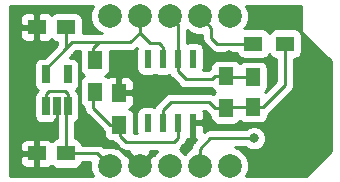
<source format=gbr>
G04 #@! TF.GenerationSoftware,KiCad,Pcbnew,(5.0.0-rc2-dev-444-g2974a2c10)*
G04 #@! TF.CreationDate,2018-10-06T13:39:59-07:00*
G04 #@! TF.ProjectId,2018-08-20 analog Trinket sub,323031382D30382D323020616E616C6F,rev?*
G04 #@! TF.SameCoordinates,Original*
G04 #@! TF.FileFunction,Copper,L1,Top,Signal*
G04 #@! TF.FilePolarity,Positive*
%FSLAX46Y46*%
G04 Gerber Fmt 4.6, Leading zero omitted, Abs format (unit mm)*
G04 Created by KiCad (PCBNEW (5.0.0-rc2-dev-444-g2974a2c10)) date 10/06/18 13:39:59*
%MOMM*%
%LPD*%
G01*
G04 APERTURE LIST*
%ADD10C,2.000000*%
%ADD11R,1.500000X1.250000*%
%ADD12R,1.500000X1.300000*%
%ADD13R,1.300000X1.500000*%
%ADD14R,1.250000X1.500000*%
%ADD15R,0.600000X1.550000*%
%ADD16R,0.650000X1.560000*%
%ADD17C,0.800000*%
%ADD18C,0.250000*%
%ADD19C,0.254000*%
G04 APERTURE END LIST*
D10*
X223870001Y-56145001D03*
X223870001Y-68845001D03*
X226410001Y-56145001D03*
X226410001Y-68845001D03*
X228950001Y-56145001D03*
X228950001Y-68845001D03*
X231490001Y-56145001D03*
X231490001Y-68845001D03*
X234030001Y-56145001D03*
X234030001Y-68845001D03*
D11*
X220200000Y-67800000D03*
X217700000Y-67800000D03*
D12*
X236050000Y-58500000D03*
X238750000Y-58500000D03*
D13*
X233700000Y-61250000D03*
X233700000Y-63950000D03*
D14*
X236000000Y-63850000D03*
X236000000Y-61350000D03*
D11*
X220200000Y-57100000D03*
X217700000Y-57100000D03*
D15*
X227095000Y-59800000D03*
X228365000Y-59800000D03*
X229635000Y-59800000D03*
X230905000Y-59800000D03*
X230905000Y-65200000D03*
X229635000Y-65200000D03*
X228365000Y-65200000D03*
X227095000Y-65200000D03*
D16*
X218450000Y-61100000D03*
X220350000Y-61100000D03*
X220350000Y-63800000D03*
X219400000Y-63800000D03*
X218450000Y-63800000D03*
D13*
X222631000Y-62564000D03*
X222631000Y-59864000D03*
X224663000Y-65358000D03*
X224663000Y-62658000D03*
D17*
X234000000Y-59500000D03*
X216000000Y-62500000D03*
X237400000Y-67800000D03*
X227584000Y-62484000D03*
X236100000Y-66500000D03*
D18*
X218450000Y-60645000D02*
X220200000Y-58895000D01*
X218450000Y-61100000D02*
X218450000Y-60645000D01*
X220200000Y-58895000D02*
X220200000Y-57100000D01*
X220695000Y-58400000D02*
X220200000Y-58895000D01*
X226410001Y-56145001D02*
X226410001Y-57559214D01*
X226410001Y-57559214D02*
X225569215Y-58400000D01*
X222825000Y-67800000D02*
X223870001Y-68845001D01*
X220200000Y-67800000D02*
X222825000Y-67800000D01*
X220350000Y-62770000D02*
X220350000Y-63800000D01*
X220080000Y-62500000D02*
X220350000Y-62770000D01*
X218720000Y-62500000D02*
X220080000Y-62500000D01*
X218450000Y-62770000D02*
X218720000Y-62500000D01*
X218450000Y-63800000D02*
X218450000Y-62770000D01*
X232490000Y-57145000D02*
X232490000Y-57990000D01*
X231490001Y-56145001D02*
X232490000Y-57145000D01*
X233000000Y-58500000D02*
X236050000Y-58500000D01*
X232490000Y-57990000D02*
X233000000Y-58500000D01*
X233800000Y-63850000D02*
X233700000Y-63950000D01*
X236000000Y-63850000D02*
X233800000Y-63850000D01*
X232800000Y-63950000D02*
X232250000Y-63400000D01*
X233700000Y-63950000D02*
X232800000Y-63950000D01*
X232250000Y-63400000D02*
X229100000Y-63400000D01*
X228365000Y-64135000D02*
X228365000Y-65200000D01*
X229100000Y-63400000D02*
X228365000Y-64135000D01*
X238750000Y-59400000D02*
X238750000Y-58500000D01*
X238750000Y-61975000D02*
X238750000Y-59400000D01*
X236875000Y-63850000D02*
X238750000Y-61975000D01*
X236000000Y-63850000D02*
X236875000Y-63850000D01*
X229635000Y-56830000D02*
X228950001Y-56145001D01*
X229635000Y-59800000D02*
X229635000Y-56830000D01*
X229635000Y-60825000D02*
X229635000Y-59800000D01*
X230310000Y-61500000D02*
X229635000Y-60825000D01*
X232550000Y-61500000D02*
X230310000Y-61500000D01*
X232800000Y-61250000D02*
X232550000Y-61500000D01*
X233700000Y-61250000D02*
X232800000Y-61250000D01*
X233800000Y-61350000D02*
X233700000Y-61250000D01*
X236000000Y-61350000D02*
X233800000Y-61350000D01*
X219400000Y-63800000D02*
X219400000Y-65600000D01*
X219400000Y-65600000D02*
X219000000Y-66000000D01*
X219000000Y-66000000D02*
X218300000Y-66000000D01*
X217700000Y-66600000D02*
X217700000Y-67800000D01*
X218300000Y-66000000D02*
X217700000Y-66600000D01*
X231490001Y-68845001D02*
X231490001Y-67409999D01*
X231490001Y-67409999D02*
X232400000Y-66500000D01*
X232400000Y-66500000D02*
X236100000Y-66500000D01*
X228365000Y-58775000D02*
X228346000Y-58756000D01*
X228365000Y-59800000D02*
X228365000Y-58775000D01*
X228346000Y-58756000D02*
X228346000Y-58674000D01*
X228346000Y-58674000D02*
X228092000Y-58420000D01*
X227270787Y-58420000D02*
X226410001Y-57559214D01*
X228092000Y-58420000D02*
X227270787Y-58420000D01*
X222968000Y-58400000D02*
X223012000Y-58400000D01*
X222504000Y-58864000D02*
X222968000Y-58400000D01*
X222504000Y-59864000D02*
X222504000Y-58864000D01*
X225569215Y-58400000D02*
X223012000Y-58400000D01*
X223012000Y-58400000D02*
X220695000Y-58400000D01*
X220200000Y-63950000D02*
X220350000Y-63800000D01*
X220200000Y-67800000D02*
X220200000Y-63950000D01*
X224790000Y-66358000D02*
X224790000Y-65358000D01*
X225234000Y-66802000D02*
X224790000Y-66358000D01*
X229362000Y-66802000D02*
X225234000Y-66802000D01*
X229635000Y-66529000D02*
X229362000Y-66802000D01*
X229635000Y-65200000D02*
X229635000Y-66529000D01*
X222504000Y-63564000D02*
X222504000Y-62564000D01*
X222504000Y-63972000D02*
X222504000Y-63564000D01*
X223890000Y-65358000D02*
X222504000Y-63972000D01*
X224790000Y-65358000D02*
X223890000Y-65358000D01*
D19*
G36*
X222235001Y-55819779D02*
X222235001Y-56470223D01*
X222483915Y-57071154D01*
X222943848Y-57531087D01*
X223206787Y-57640000D01*
X223042846Y-57640000D01*
X222967999Y-57625112D01*
X222893152Y-57640000D01*
X221597440Y-57640000D01*
X221597440Y-56475000D01*
X221548157Y-56227235D01*
X221407809Y-56017191D01*
X221197765Y-55876843D01*
X220950000Y-55827560D01*
X219450000Y-55827560D01*
X219202235Y-55876843D01*
X218992191Y-56017191D01*
X218951346Y-56078320D01*
X218809698Y-55936673D01*
X218576309Y-55840000D01*
X217985750Y-55840000D01*
X217827000Y-55998750D01*
X217827000Y-56973000D01*
X217847000Y-56973000D01*
X217847000Y-57227000D01*
X217827000Y-57227000D01*
X217827000Y-58201250D01*
X217985750Y-58360000D01*
X218576309Y-58360000D01*
X218809698Y-58263327D01*
X218951346Y-58121680D01*
X218992191Y-58182809D01*
X219202235Y-58323157D01*
X219440000Y-58370451D01*
X219440000Y-58580198D01*
X218347639Y-59672560D01*
X218125000Y-59672560D01*
X217877235Y-59721843D01*
X217667191Y-59862191D01*
X217526843Y-60072235D01*
X217477560Y-60320000D01*
X217477560Y-61880000D01*
X217526843Y-62127765D01*
X217667191Y-62337809D01*
X217776110Y-62410587D01*
X217734097Y-62473463D01*
X217723998Y-62524233D01*
X217667191Y-62562191D01*
X217526843Y-62772235D01*
X217477560Y-63020000D01*
X217477560Y-64580000D01*
X217526843Y-64827765D01*
X217667191Y-65037809D01*
X217877235Y-65178157D01*
X218125000Y-65227440D01*
X218775000Y-65227440D01*
X218912631Y-65200064D01*
X218948690Y-65215000D01*
X219114250Y-65215000D01*
X219273000Y-65056250D01*
X219273000Y-64977659D01*
X219373157Y-64827765D01*
X219400000Y-64692815D01*
X219426843Y-64827765D01*
X219440001Y-64847457D01*
X219440000Y-66529549D01*
X219202235Y-66576843D01*
X218992191Y-66717191D01*
X218951346Y-66778320D01*
X218809698Y-66636673D01*
X218576309Y-66540000D01*
X217985750Y-66540000D01*
X217827000Y-66698750D01*
X217827000Y-67673000D01*
X217847000Y-67673000D01*
X217847000Y-67927000D01*
X217827000Y-67927000D01*
X217827000Y-68901250D01*
X217985750Y-69060000D01*
X218576309Y-69060000D01*
X218809698Y-68963327D01*
X218951346Y-68821680D01*
X218992191Y-68882809D01*
X219202235Y-69023157D01*
X219450000Y-69072440D01*
X220950000Y-69072440D01*
X221197765Y-69023157D01*
X221407809Y-68882809D01*
X221548157Y-68672765D01*
X221570587Y-68560000D01*
X222235001Y-68560000D01*
X222235001Y-69170223D01*
X222450300Y-69690000D01*
X215410000Y-69690000D01*
X215410000Y-68085750D01*
X216315000Y-68085750D01*
X216315000Y-68551310D01*
X216411673Y-68784699D01*
X216590302Y-68963327D01*
X216823691Y-69060000D01*
X217414250Y-69060000D01*
X217573000Y-68901250D01*
X217573000Y-67927000D01*
X216473750Y-67927000D01*
X216315000Y-68085750D01*
X215410000Y-68085750D01*
X215410000Y-67048690D01*
X216315000Y-67048690D01*
X216315000Y-67514250D01*
X216473750Y-67673000D01*
X217573000Y-67673000D01*
X217573000Y-66698750D01*
X217414250Y-66540000D01*
X216823691Y-66540000D01*
X216590302Y-66636673D01*
X216411673Y-66815301D01*
X216315000Y-67048690D01*
X215410000Y-67048690D01*
X215410000Y-57385750D01*
X216315000Y-57385750D01*
X216315000Y-57851310D01*
X216411673Y-58084699D01*
X216590302Y-58263327D01*
X216823691Y-58360000D01*
X217414250Y-58360000D01*
X217573000Y-58201250D01*
X217573000Y-57227000D01*
X216473750Y-57227000D01*
X216315000Y-57385750D01*
X215410000Y-57385750D01*
X215410000Y-56348690D01*
X216315000Y-56348690D01*
X216315000Y-56814250D01*
X216473750Y-56973000D01*
X217573000Y-56973000D01*
X217573000Y-55998750D01*
X217414250Y-55840000D01*
X216823691Y-55840000D01*
X216590302Y-55936673D01*
X216411673Y-56115301D01*
X216315000Y-56348690D01*
X215410000Y-56348690D01*
X215410000Y-55310000D01*
X222446159Y-55310000D01*
X222235001Y-55819779D01*
X222235001Y-55819779D01*
G37*
X222235001Y-55819779D02*
X222235001Y-56470223D01*
X222483915Y-57071154D01*
X222943848Y-57531087D01*
X223206787Y-57640000D01*
X223042846Y-57640000D01*
X222967999Y-57625112D01*
X222893152Y-57640000D01*
X221597440Y-57640000D01*
X221597440Y-56475000D01*
X221548157Y-56227235D01*
X221407809Y-56017191D01*
X221197765Y-55876843D01*
X220950000Y-55827560D01*
X219450000Y-55827560D01*
X219202235Y-55876843D01*
X218992191Y-56017191D01*
X218951346Y-56078320D01*
X218809698Y-55936673D01*
X218576309Y-55840000D01*
X217985750Y-55840000D01*
X217827000Y-55998750D01*
X217827000Y-56973000D01*
X217847000Y-56973000D01*
X217847000Y-57227000D01*
X217827000Y-57227000D01*
X217827000Y-58201250D01*
X217985750Y-58360000D01*
X218576309Y-58360000D01*
X218809698Y-58263327D01*
X218951346Y-58121680D01*
X218992191Y-58182809D01*
X219202235Y-58323157D01*
X219440000Y-58370451D01*
X219440000Y-58580198D01*
X218347639Y-59672560D01*
X218125000Y-59672560D01*
X217877235Y-59721843D01*
X217667191Y-59862191D01*
X217526843Y-60072235D01*
X217477560Y-60320000D01*
X217477560Y-61880000D01*
X217526843Y-62127765D01*
X217667191Y-62337809D01*
X217776110Y-62410587D01*
X217734097Y-62473463D01*
X217723998Y-62524233D01*
X217667191Y-62562191D01*
X217526843Y-62772235D01*
X217477560Y-63020000D01*
X217477560Y-64580000D01*
X217526843Y-64827765D01*
X217667191Y-65037809D01*
X217877235Y-65178157D01*
X218125000Y-65227440D01*
X218775000Y-65227440D01*
X218912631Y-65200064D01*
X218948690Y-65215000D01*
X219114250Y-65215000D01*
X219273000Y-65056250D01*
X219273000Y-64977659D01*
X219373157Y-64827765D01*
X219400000Y-64692815D01*
X219426843Y-64827765D01*
X219440001Y-64847457D01*
X219440000Y-66529549D01*
X219202235Y-66576843D01*
X218992191Y-66717191D01*
X218951346Y-66778320D01*
X218809698Y-66636673D01*
X218576309Y-66540000D01*
X217985750Y-66540000D01*
X217827000Y-66698750D01*
X217827000Y-67673000D01*
X217847000Y-67673000D01*
X217847000Y-67927000D01*
X217827000Y-67927000D01*
X217827000Y-68901250D01*
X217985750Y-69060000D01*
X218576309Y-69060000D01*
X218809698Y-68963327D01*
X218951346Y-68821680D01*
X218992191Y-68882809D01*
X219202235Y-69023157D01*
X219450000Y-69072440D01*
X220950000Y-69072440D01*
X221197765Y-69023157D01*
X221407809Y-68882809D01*
X221548157Y-68672765D01*
X221570587Y-68560000D01*
X222235001Y-68560000D01*
X222235001Y-69170223D01*
X222450300Y-69690000D01*
X215410000Y-69690000D01*
X215410000Y-68085750D01*
X216315000Y-68085750D01*
X216315000Y-68551310D01*
X216411673Y-68784699D01*
X216590302Y-68963327D01*
X216823691Y-69060000D01*
X217414250Y-69060000D01*
X217573000Y-68901250D01*
X217573000Y-67927000D01*
X216473750Y-67927000D01*
X216315000Y-68085750D01*
X215410000Y-68085750D01*
X215410000Y-67048690D01*
X216315000Y-67048690D01*
X216315000Y-67514250D01*
X216473750Y-67673000D01*
X217573000Y-67673000D01*
X217573000Y-66698750D01*
X217414250Y-66540000D01*
X216823691Y-66540000D01*
X216590302Y-66636673D01*
X216411673Y-66815301D01*
X216315000Y-67048690D01*
X215410000Y-67048690D01*
X215410000Y-57385750D01*
X216315000Y-57385750D01*
X216315000Y-57851310D01*
X216411673Y-58084699D01*
X216590302Y-58263327D01*
X216823691Y-58360000D01*
X217414250Y-58360000D01*
X217573000Y-58201250D01*
X217573000Y-57227000D01*
X216473750Y-57227000D01*
X216315000Y-57385750D01*
X215410000Y-57385750D01*
X215410000Y-56348690D01*
X216315000Y-56348690D01*
X216315000Y-56814250D01*
X216473750Y-56973000D01*
X217573000Y-56973000D01*
X217573000Y-55998750D01*
X217414250Y-55840000D01*
X216823691Y-55840000D01*
X216590302Y-55936673D01*
X216411673Y-56115301D01*
X216315000Y-56348690D01*
X215410000Y-56348690D01*
X215410000Y-55310000D01*
X222446159Y-55310000D01*
X222235001Y-55819779D01*
G36*
X240090001Y-57130071D02*
X240076091Y-57200000D01*
X240114321Y-57392191D01*
X240131196Y-57477028D01*
X240288120Y-57711881D01*
X240347402Y-57751492D01*
X242590001Y-59994093D01*
X242590000Y-67605908D01*
X240505910Y-69690000D01*
X235449702Y-69690000D01*
X235665001Y-69170223D01*
X235665001Y-68519779D01*
X235416087Y-67918848D01*
X234956154Y-67458915D01*
X234475931Y-67260000D01*
X235396289Y-67260000D01*
X235513720Y-67377431D01*
X235894126Y-67535000D01*
X236305874Y-67535000D01*
X236686280Y-67377431D01*
X236977431Y-67086280D01*
X237135000Y-66705874D01*
X237135000Y-66294126D01*
X236977431Y-65913720D01*
X236686280Y-65622569D01*
X236305874Y-65465000D01*
X235894126Y-65465000D01*
X235513720Y-65622569D01*
X235396289Y-65740000D01*
X232474847Y-65740000D01*
X232400000Y-65725112D01*
X232325153Y-65740000D01*
X232325148Y-65740000D01*
X232103463Y-65784096D01*
X231852071Y-65952071D01*
X231840000Y-65970137D01*
X231840000Y-65485750D01*
X231681250Y-65327000D01*
X231032000Y-65327000D01*
X231032000Y-66451250D01*
X231190750Y-66610000D01*
X231215199Y-66610000D01*
X231005529Y-66819670D01*
X230942073Y-66862070D01*
X230899673Y-66925526D01*
X230899672Y-66925527D01*
X230833132Y-67025112D01*
X230774098Y-67113462D01*
X230747953Y-67244904D01*
X230718091Y-67395025D01*
X230563848Y-67458915D01*
X230220001Y-67802762D01*
X229876154Y-67458915D01*
X229796314Y-67425844D01*
X229909929Y-67349929D01*
X229952330Y-67286471D01*
X230119472Y-67119330D01*
X230182929Y-67076929D01*
X230350904Y-66825537D01*
X230395000Y-66603852D01*
X230395000Y-66603848D01*
X230400240Y-66577505D01*
X230478690Y-66610000D01*
X230619250Y-66610000D01*
X230778000Y-66451250D01*
X230778000Y-65327000D01*
X230758000Y-65327000D01*
X230758000Y-65073000D01*
X230778000Y-65073000D01*
X230778000Y-65053000D01*
X231032000Y-65053000D01*
X231032000Y-65073000D01*
X231681250Y-65073000D01*
X231840000Y-64914250D01*
X231840000Y-64298691D01*
X231782552Y-64160000D01*
X231935198Y-64160000D01*
X232209672Y-64434475D01*
X232252071Y-64497929D01*
X232315524Y-64540327D01*
X232315526Y-64540329D01*
X232402560Y-64598483D01*
X232402560Y-64700000D01*
X232451843Y-64947765D01*
X232592191Y-65157809D01*
X232802235Y-65298157D01*
X233050000Y-65347440D01*
X234350000Y-65347440D01*
X234597765Y-65298157D01*
X234807809Y-65157809D01*
X234895909Y-65025959D01*
X234917191Y-65057809D01*
X235127235Y-65198157D01*
X235375000Y-65247440D01*
X236625000Y-65247440D01*
X236872765Y-65198157D01*
X237082809Y-65057809D01*
X237223157Y-64847765D01*
X237272440Y-64600000D01*
X237272440Y-64498483D01*
X237422929Y-64397929D01*
X237465331Y-64334470D01*
X239234476Y-62565327D01*
X239297929Y-62522929D01*
X239340327Y-62459476D01*
X239340329Y-62459474D01*
X239465903Y-62271538D01*
X239465904Y-62271537D01*
X239510000Y-62049852D01*
X239510000Y-62049848D01*
X239524888Y-61975001D01*
X239510000Y-61900154D01*
X239510000Y-59795451D01*
X239747765Y-59748157D01*
X239957809Y-59607809D01*
X240098157Y-59397765D01*
X240147440Y-59150000D01*
X240147440Y-57850000D01*
X240098157Y-57602235D01*
X239957809Y-57392191D01*
X239747765Y-57251843D01*
X239500000Y-57202560D01*
X238000000Y-57202560D01*
X237752235Y-57251843D01*
X237542191Y-57392191D01*
X237401843Y-57602235D01*
X237400000Y-57611500D01*
X237398157Y-57602235D01*
X237257809Y-57392191D01*
X237047765Y-57251843D01*
X236800000Y-57202560D01*
X235300000Y-57202560D01*
X235280877Y-57206364D01*
X235416087Y-57071154D01*
X235665001Y-56470223D01*
X235665001Y-55819779D01*
X235453843Y-55310000D01*
X240090000Y-55310000D01*
X240090001Y-57130071D01*
X240090001Y-57130071D01*
G37*
X240090001Y-57130071D02*
X240076091Y-57200000D01*
X240114321Y-57392191D01*
X240131196Y-57477028D01*
X240288120Y-57711881D01*
X240347402Y-57751492D01*
X242590001Y-59994093D01*
X242590000Y-67605908D01*
X240505910Y-69690000D01*
X235449702Y-69690000D01*
X235665001Y-69170223D01*
X235665001Y-68519779D01*
X235416087Y-67918848D01*
X234956154Y-67458915D01*
X234475931Y-67260000D01*
X235396289Y-67260000D01*
X235513720Y-67377431D01*
X235894126Y-67535000D01*
X236305874Y-67535000D01*
X236686280Y-67377431D01*
X236977431Y-67086280D01*
X237135000Y-66705874D01*
X237135000Y-66294126D01*
X236977431Y-65913720D01*
X236686280Y-65622569D01*
X236305874Y-65465000D01*
X235894126Y-65465000D01*
X235513720Y-65622569D01*
X235396289Y-65740000D01*
X232474847Y-65740000D01*
X232400000Y-65725112D01*
X232325153Y-65740000D01*
X232325148Y-65740000D01*
X232103463Y-65784096D01*
X231852071Y-65952071D01*
X231840000Y-65970137D01*
X231840000Y-65485750D01*
X231681250Y-65327000D01*
X231032000Y-65327000D01*
X231032000Y-66451250D01*
X231190750Y-66610000D01*
X231215199Y-66610000D01*
X231005529Y-66819670D01*
X230942073Y-66862070D01*
X230899673Y-66925526D01*
X230899672Y-66925527D01*
X230833132Y-67025112D01*
X230774098Y-67113462D01*
X230747953Y-67244904D01*
X230718091Y-67395025D01*
X230563848Y-67458915D01*
X230220001Y-67802762D01*
X229876154Y-67458915D01*
X229796314Y-67425844D01*
X229909929Y-67349929D01*
X229952330Y-67286471D01*
X230119472Y-67119330D01*
X230182929Y-67076929D01*
X230350904Y-66825537D01*
X230395000Y-66603852D01*
X230395000Y-66603848D01*
X230400240Y-66577505D01*
X230478690Y-66610000D01*
X230619250Y-66610000D01*
X230778000Y-66451250D01*
X230778000Y-65327000D01*
X230758000Y-65327000D01*
X230758000Y-65073000D01*
X230778000Y-65073000D01*
X230778000Y-65053000D01*
X231032000Y-65053000D01*
X231032000Y-65073000D01*
X231681250Y-65073000D01*
X231840000Y-64914250D01*
X231840000Y-64298691D01*
X231782552Y-64160000D01*
X231935198Y-64160000D01*
X232209672Y-64434475D01*
X232252071Y-64497929D01*
X232315524Y-64540327D01*
X232315526Y-64540329D01*
X232402560Y-64598483D01*
X232402560Y-64700000D01*
X232451843Y-64947765D01*
X232592191Y-65157809D01*
X232802235Y-65298157D01*
X233050000Y-65347440D01*
X234350000Y-65347440D01*
X234597765Y-65298157D01*
X234807809Y-65157809D01*
X234895909Y-65025959D01*
X234917191Y-65057809D01*
X235127235Y-65198157D01*
X235375000Y-65247440D01*
X236625000Y-65247440D01*
X236872765Y-65198157D01*
X237082809Y-65057809D01*
X237223157Y-64847765D01*
X237272440Y-64600000D01*
X237272440Y-64498483D01*
X237422929Y-64397929D01*
X237465331Y-64334470D01*
X239234476Y-62565327D01*
X239297929Y-62522929D01*
X239340327Y-62459476D01*
X239340329Y-62459474D01*
X239465903Y-62271538D01*
X239465904Y-62271537D01*
X239510000Y-62049852D01*
X239510000Y-62049848D01*
X239524888Y-61975001D01*
X239510000Y-61900154D01*
X239510000Y-59795451D01*
X239747765Y-59748157D01*
X239957809Y-59607809D01*
X240098157Y-59397765D01*
X240147440Y-59150000D01*
X240147440Y-57850000D01*
X240098157Y-57602235D01*
X239957809Y-57392191D01*
X239747765Y-57251843D01*
X239500000Y-57202560D01*
X238000000Y-57202560D01*
X237752235Y-57251843D01*
X237542191Y-57392191D01*
X237401843Y-57602235D01*
X237400000Y-57611500D01*
X237398157Y-57602235D01*
X237257809Y-57392191D01*
X237047765Y-57251843D01*
X236800000Y-57202560D01*
X235300000Y-57202560D01*
X235280877Y-57206364D01*
X235416087Y-57071154D01*
X235665001Y-56470223D01*
X235665001Y-55819779D01*
X235453843Y-55310000D01*
X240090000Y-55310000D01*
X240090001Y-57130071D01*
G36*
X221333560Y-60614000D02*
X221382843Y-60861765D01*
X221523191Y-61071809D01*
X221733235Y-61212157D01*
X221742500Y-61214000D01*
X221733235Y-61215843D01*
X221523191Y-61356191D01*
X221382843Y-61566235D01*
X221333560Y-61814000D01*
X221333560Y-63314000D01*
X221382843Y-63561765D01*
X221523191Y-63771809D01*
X221733235Y-63912157D01*
X221740719Y-63913646D01*
X221729112Y-63972000D01*
X221744000Y-64046847D01*
X221744000Y-64046851D01*
X221788096Y-64268536D01*
X221956071Y-64519929D01*
X222019530Y-64562331D01*
X223299671Y-65842473D01*
X223342071Y-65905929D01*
X223365560Y-65921624D01*
X223365560Y-66108000D01*
X223414843Y-66355765D01*
X223555191Y-66565809D01*
X223765235Y-66706157D01*
X224013000Y-66755440D01*
X224141518Y-66755440D01*
X224242071Y-66905929D01*
X224305530Y-66948331D01*
X224643669Y-67286470D01*
X224686071Y-67349929D01*
X224843718Y-67455266D01*
X224937462Y-67517904D01*
X224985605Y-67527480D01*
X225159148Y-67562000D01*
X225159152Y-67562000D01*
X225234000Y-67576888D01*
X225308848Y-67562000D01*
X225485312Y-67562000D01*
X225437074Y-67692469D01*
X226410001Y-68665396D01*
X227382928Y-67692469D01*
X227334690Y-67562000D01*
X227920763Y-67562000D01*
X227597690Y-67885073D01*
X227562533Y-67872074D01*
X226589606Y-68845001D01*
X226603749Y-68859144D01*
X226424144Y-69038749D01*
X226410001Y-69024606D01*
X226395859Y-69038749D01*
X226216254Y-68859144D01*
X226230396Y-68845001D01*
X225257469Y-67872074D01*
X225222312Y-67885073D01*
X224796154Y-67458915D01*
X224195223Y-67210001D01*
X223544779Y-67210001D01*
X223388165Y-67274873D01*
X223372929Y-67252071D01*
X223121537Y-67084096D01*
X222899852Y-67040000D01*
X222899847Y-67040000D01*
X222825000Y-67025112D01*
X222750153Y-67040000D01*
X221570587Y-67040000D01*
X221548157Y-66927235D01*
X221407809Y-66717191D01*
X221197765Y-66576843D01*
X220960000Y-66529549D01*
X220960000Y-65153277D01*
X221132809Y-65037809D01*
X221273157Y-64827765D01*
X221322440Y-64580000D01*
X221322440Y-63020000D01*
X221273157Y-62772235D01*
X221132809Y-62562191D01*
X221076003Y-62524234D01*
X221065904Y-62473463D01*
X221023891Y-62410586D01*
X221132809Y-62337809D01*
X221273157Y-62127765D01*
X221322440Y-61880000D01*
X221322440Y-60320000D01*
X221273157Y-60072235D01*
X221132809Y-59862191D01*
X220922765Y-59721843D01*
X220675000Y-59672560D01*
X220497242Y-59672560D01*
X220684473Y-59485329D01*
X220747929Y-59442929D01*
X220790331Y-59379471D01*
X221009802Y-59160000D01*
X221333560Y-59160000D01*
X221333560Y-60614000D01*
X221333560Y-60614000D01*
G37*
X221333560Y-60614000D02*
X221382843Y-60861765D01*
X221523191Y-61071809D01*
X221733235Y-61212157D01*
X221742500Y-61214000D01*
X221733235Y-61215843D01*
X221523191Y-61356191D01*
X221382843Y-61566235D01*
X221333560Y-61814000D01*
X221333560Y-63314000D01*
X221382843Y-63561765D01*
X221523191Y-63771809D01*
X221733235Y-63912157D01*
X221740719Y-63913646D01*
X221729112Y-63972000D01*
X221744000Y-64046847D01*
X221744000Y-64046851D01*
X221788096Y-64268536D01*
X221956071Y-64519929D01*
X222019530Y-64562331D01*
X223299671Y-65842473D01*
X223342071Y-65905929D01*
X223365560Y-65921624D01*
X223365560Y-66108000D01*
X223414843Y-66355765D01*
X223555191Y-66565809D01*
X223765235Y-66706157D01*
X224013000Y-66755440D01*
X224141518Y-66755440D01*
X224242071Y-66905929D01*
X224305530Y-66948331D01*
X224643669Y-67286470D01*
X224686071Y-67349929D01*
X224843718Y-67455266D01*
X224937462Y-67517904D01*
X224985605Y-67527480D01*
X225159148Y-67562000D01*
X225159152Y-67562000D01*
X225234000Y-67576888D01*
X225308848Y-67562000D01*
X225485312Y-67562000D01*
X225437074Y-67692469D01*
X226410001Y-68665396D01*
X227382928Y-67692469D01*
X227334690Y-67562000D01*
X227920763Y-67562000D01*
X227597690Y-67885073D01*
X227562533Y-67872074D01*
X226589606Y-68845001D01*
X226603749Y-68859144D01*
X226424144Y-69038749D01*
X226410001Y-69024606D01*
X226395859Y-69038749D01*
X226216254Y-68859144D01*
X226230396Y-68845001D01*
X225257469Y-67872074D01*
X225222312Y-67885073D01*
X224796154Y-67458915D01*
X224195223Y-67210001D01*
X223544779Y-67210001D01*
X223388165Y-67274873D01*
X223372929Y-67252071D01*
X223121537Y-67084096D01*
X222899852Y-67040000D01*
X222899847Y-67040000D01*
X222825000Y-67025112D01*
X222750153Y-67040000D01*
X221570587Y-67040000D01*
X221548157Y-66927235D01*
X221407809Y-66717191D01*
X221197765Y-66576843D01*
X220960000Y-66529549D01*
X220960000Y-65153277D01*
X221132809Y-65037809D01*
X221273157Y-64827765D01*
X221322440Y-64580000D01*
X221322440Y-63020000D01*
X221273157Y-62772235D01*
X221132809Y-62562191D01*
X221076003Y-62524234D01*
X221065904Y-62473463D01*
X221023891Y-62410586D01*
X221132809Y-62337809D01*
X221273157Y-62127765D01*
X221322440Y-61880000D01*
X221322440Y-60320000D01*
X221273157Y-60072235D01*
X221132809Y-59862191D01*
X220922765Y-59721843D01*
X220675000Y-59672560D01*
X220497242Y-59672560D01*
X220684473Y-59485329D01*
X220747929Y-59442929D01*
X220790331Y-59379471D01*
X221009802Y-59160000D01*
X221333560Y-59160000D01*
X221333560Y-60614000D01*
G36*
X226147560Y-59025000D02*
X226147560Y-60575000D01*
X226196843Y-60822765D01*
X226337191Y-61032809D01*
X226547235Y-61173157D01*
X226795000Y-61222440D01*
X227395000Y-61222440D01*
X227642765Y-61173157D01*
X227730000Y-61114868D01*
X227817235Y-61173157D01*
X228065000Y-61222440D01*
X228665000Y-61222440D01*
X228912765Y-61173157D01*
X228940988Y-61154299D01*
X229087071Y-61372929D01*
X229150530Y-61415331D01*
X229719671Y-61984473D01*
X229762071Y-62047929D01*
X230013463Y-62215904D01*
X230235148Y-62260000D01*
X230235152Y-62260000D01*
X230309999Y-62274888D01*
X230384846Y-62260000D01*
X232460018Y-62260000D01*
X232592191Y-62457809D01*
X232802235Y-62598157D01*
X232811500Y-62600000D01*
X232802235Y-62601843D01*
X232612837Y-62728396D01*
X232546537Y-62684096D01*
X232324852Y-62640000D01*
X232324847Y-62640000D01*
X232250000Y-62625112D01*
X232175153Y-62640000D01*
X229174847Y-62640000D01*
X229100000Y-62625112D01*
X229025153Y-62640000D01*
X229025148Y-62640000D01*
X228803463Y-62684096D01*
X228552071Y-62852071D01*
X228509671Y-62915527D01*
X227880530Y-63544669D01*
X227817071Y-63587071D01*
X227652510Y-63833354D01*
X227642765Y-63826843D01*
X227395000Y-63777560D01*
X226795000Y-63777560D01*
X226547235Y-63826843D01*
X226337191Y-63967191D01*
X226196843Y-64177235D01*
X226147560Y-64425000D01*
X226147560Y-65975000D01*
X226160887Y-66042000D01*
X225960440Y-66042000D01*
X225960440Y-64608000D01*
X225911157Y-64360235D01*
X225770809Y-64150191D01*
X225560765Y-64009843D01*
X225532791Y-64004279D01*
X225672699Y-63946327D01*
X225851327Y-63767698D01*
X225948000Y-63534309D01*
X225948000Y-62943750D01*
X225789250Y-62785000D01*
X224790000Y-62785000D01*
X224790000Y-62805000D01*
X224536000Y-62805000D01*
X224536000Y-62785000D01*
X224516000Y-62785000D01*
X224516000Y-62531000D01*
X224536000Y-62531000D01*
X224536000Y-61431750D01*
X224790000Y-61431750D01*
X224790000Y-62531000D01*
X225789250Y-62531000D01*
X225948000Y-62372250D01*
X225948000Y-61781691D01*
X225851327Y-61548302D01*
X225672699Y-61369673D01*
X225439310Y-61273000D01*
X224948750Y-61273000D01*
X224790000Y-61431750D01*
X224536000Y-61431750D01*
X224377250Y-61273000D01*
X223886690Y-61273000D01*
X223718542Y-61342649D01*
X223528765Y-61215843D01*
X223519500Y-61214000D01*
X223528765Y-61212157D01*
X223738809Y-61071809D01*
X223879157Y-60861765D01*
X223928440Y-60614000D01*
X223928440Y-59160000D01*
X225494368Y-59160000D01*
X225569215Y-59174888D01*
X225644062Y-59160000D01*
X225644067Y-59160000D01*
X225865752Y-59115904D01*
X226117144Y-58947929D01*
X226159546Y-58884470D01*
X226179477Y-58864539D01*
X226147560Y-59025000D01*
X226147560Y-59025000D01*
G37*
X226147560Y-59025000D02*
X226147560Y-60575000D01*
X226196843Y-60822765D01*
X226337191Y-61032809D01*
X226547235Y-61173157D01*
X226795000Y-61222440D01*
X227395000Y-61222440D01*
X227642765Y-61173157D01*
X227730000Y-61114868D01*
X227817235Y-61173157D01*
X228065000Y-61222440D01*
X228665000Y-61222440D01*
X228912765Y-61173157D01*
X228940988Y-61154299D01*
X229087071Y-61372929D01*
X229150530Y-61415331D01*
X229719671Y-61984473D01*
X229762071Y-62047929D01*
X230013463Y-62215904D01*
X230235148Y-62260000D01*
X230235152Y-62260000D01*
X230309999Y-62274888D01*
X230384846Y-62260000D01*
X232460018Y-62260000D01*
X232592191Y-62457809D01*
X232802235Y-62598157D01*
X232811500Y-62600000D01*
X232802235Y-62601843D01*
X232612837Y-62728396D01*
X232546537Y-62684096D01*
X232324852Y-62640000D01*
X232324847Y-62640000D01*
X232250000Y-62625112D01*
X232175153Y-62640000D01*
X229174847Y-62640000D01*
X229100000Y-62625112D01*
X229025153Y-62640000D01*
X229025148Y-62640000D01*
X228803463Y-62684096D01*
X228552071Y-62852071D01*
X228509671Y-62915527D01*
X227880530Y-63544669D01*
X227817071Y-63587071D01*
X227652510Y-63833354D01*
X227642765Y-63826843D01*
X227395000Y-63777560D01*
X226795000Y-63777560D01*
X226547235Y-63826843D01*
X226337191Y-63967191D01*
X226196843Y-64177235D01*
X226147560Y-64425000D01*
X226147560Y-65975000D01*
X226160887Y-66042000D01*
X225960440Y-66042000D01*
X225960440Y-64608000D01*
X225911157Y-64360235D01*
X225770809Y-64150191D01*
X225560765Y-64009843D01*
X225532791Y-64004279D01*
X225672699Y-63946327D01*
X225851327Y-63767698D01*
X225948000Y-63534309D01*
X225948000Y-62943750D01*
X225789250Y-62785000D01*
X224790000Y-62785000D01*
X224790000Y-62805000D01*
X224536000Y-62805000D01*
X224536000Y-62785000D01*
X224516000Y-62785000D01*
X224516000Y-62531000D01*
X224536000Y-62531000D01*
X224536000Y-61431750D01*
X224790000Y-61431750D01*
X224790000Y-62531000D01*
X225789250Y-62531000D01*
X225948000Y-62372250D01*
X225948000Y-61781691D01*
X225851327Y-61548302D01*
X225672699Y-61369673D01*
X225439310Y-61273000D01*
X224948750Y-61273000D01*
X224790000Y-61431750D01*
X224536000Y-61431750D01*
X224377250Y-61273000D01*
X223886690Y-61273000D01*
X223718542Y-61342649D01*
X223528765Y-61215843D01*
X223519500Y-61214000D01*
X223528765Y-61212157D01*
X223738809Y-61071809D01*
X223879157Y-60861765D01*
X223928440Y-60614000D01*
X223928440Y-59160000D01*
X225494368Y-59160000D01*
X225569215Y-59174888D01*
X225644062Y-59160000D01*
X225644067Y-59160000D01*
X225865752Y-59115904D01*
X226117144Y-58947929D01*
X226159546Y-58884470D01*
X226179477Y-58864539D01*
X226147560Y-59025000D01*
G36*
X230563848Y-57531087D02*
X231164779Y-57780001D01*
X231730000Y-57780001D01*
X231730000Y-57915153D01*
X231715112Y-57990000D01*
X231730000Y-58064847D01*
X231730000Y-58064852D01*
X231758489Y-58208071D01*
X231774097Y-58286537D01*
X231894385Y-58466560D01*
X231942072Y-58537929D01*
X232005527Y-58580329D01*
X232409671Y-58984472D01*
X232452071Y-59047929D01*
X232703463Y-59215904D01*
X232925148Y-59260000D01*
X232925153Y-59260000D01*
X233000000Y-59274888D01*
X233074847Y-59260000D01*
X234674440Y-59260000D01*
X234701843Y-59397765D01*
X234842191Y-59607809D01*
X235052235Y-59748157D01*
X235300000Y-59797440D01*
X236800000Y-59797440D01*
X237047765Y-59748157D01*
X237257809Y-59607809D01*
X237398157Y-59397765D01*
X237400000Y-59388500D01*
X237401843Y-59397765D01*
X237542191Y-59607809D01*
X237752235Y-59748157D01*
X237990001Y-59795451D01*
X237990000Y-61660197D01*
X237037969Y-62612229D01*
X237019666Y-62600000D01*
X237082809Y-62557809D01*
X237223157Y-62347765D01*
X237272440Y-62100000D01*
X237272440Y-60600000D01*
X237223157Y-60352235D01*
X237082809Y-60142191D01*
X236872765Y-60001843D01*
X236625000Y-59952560D01*
X235375000Y-59952560D01*
X235127235Y-60001843D01*
X234917191Y-60142191D01*
X234895909Y-60174041D01*
X234807809Y-60042191D01*
X234597765Y-59901843D01*
X234350000Y-59852560D01*
X233050000Y-59852560D01*
X232802235Y-59901843D01*
X232592191Y-60042191D01*
X232451843Y-60252235D01*
X232402560Y-60500000D01*
X232402560Y-60601517D01*
X232252071Y-60702071D01*
X232226728Y-60740000D01*
X231819620Y-60740000D01*
X231852440Y-60575000D01*
X231852440Y-59025000D01*
X231803157Y-58777235D01*
X231662809Y-58567191D01*
X231452765Y-58426843D01*
X231205000Y-58377560D01*
X230605000Y-58377560D01*
X230395000Y-58419331D01*
X230395000Y-57362239D01*
X230563848Y-57531087D01*
X230563848Y-57531087D01*
G37*
X230563848Y-57531087D02*
X231164779Y-57780001D01*
X231730000Y-57780001D01*
X231730000Y-57915153D01*
X231715112Y-57990000D01*
X231730000Y-58064847D01*
X231730000Y-58064852D01*
X231758489Y-58208071D01*
X231774097Y-58286537D01*
X231894385Y-58466560D01*
X231942072Y-58537929D01*
X232005527Y-58580329D01*
X232409671Y-58984472D01*
X232452071Y-59047929D01*
X232703463Y-59215904D01*
X232925148Y-59260000D01*
X232925153Y-59260000D01*
X233000000Y-59274888D01*
X233074847Y-59260000D01*
X234674440Y-59260000D01*
X234701843Y-59397765D01*
X234842191Y-59607809D01*
X235052235Y-59748157D01*
X235300000Y-59797440D01*
X236800000Y-59797440D01*
X237047765Y-59748157D01*
X237257809Y-59607809D01*
X237398157Y-59397765D01*
X237400000Y-59388500D01*
X237401843Y-59397765D01*
X237542191Y-59607809D01*
X237752235Y-59748157D01*
X237990001Y-59795451D01*
X237990000Y-61660197D01*
X237037969Y-62612229D01*
X237019666Y-62600000D01*
X237082809Y-62557809D01*
X237223157Y-62347765D01*
X237272440Y-62100000D01*
X237272440Y-60600000D01*
X237223157Y-60352235D01*
X237082809Y-60142191D01*
X236872765Y-60001843D01*
X236625000Y-59952560D01*
X235375000Y-59952560D01*
X235127235Y-60001843D01*
X234917191Y-60142191D01*
X234895909Y-60174041D01*
X234807809Y-60042191D01*
X234597765Y-59901843D01*
X234350000Y-59852560D01*
X233050000Y-59852560D01*
X232802235Y-59901843D01*
X232592191Y-60042191D01*
X232451843Y-60252235D01*
X232402560Y-60500000D01*
X232402560Y-60601517D01*
X232252071Y-60702071D01*
X232226728Y-60740000D01*
X231819620Y-60740000D01*
X231852440Y-60575000D01*
X231852440Y-59025000D01*
X231803157Y-58777235D01*
X231662809Y-58567191D01*
X231452765Y-58426843D01*
X231205000Y-58377560D01*
X230605000Y-58377560D01*
X230395000Y-58419331D01*
X230395000Y-57362239D01*
X230563848Y-57531087D01*
M02*

</source>
